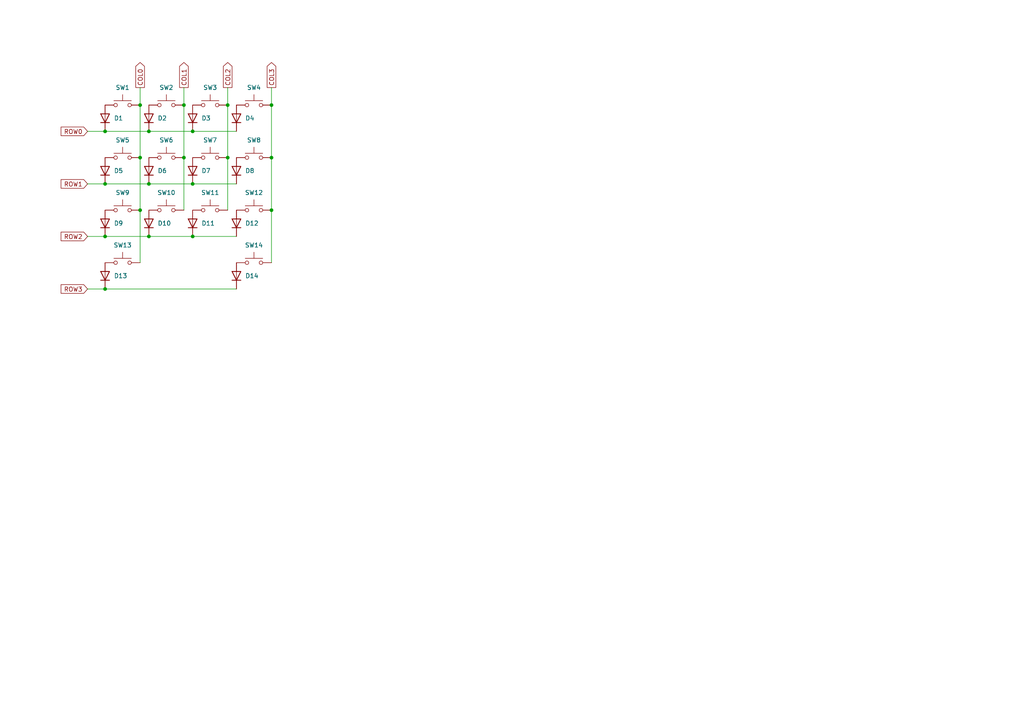
<source format=kicad_sch>
(kicad_sch (version 20211123) (generator eeschema)
  (paper "A4")
  (lib_symbols
    (symbol "Device:D" (pin_numbers hide) (pin_names (offset 1.016) hide)
      (property "Reference" "D" (at 0 2.54 0))
      (property "Value" "D" (at 0 -2.54 0))
      (symbol "D_0_1"
        (polyline (pts (xy -1.27 1.27) (xy -1.27 -1.27)) (stroke (width 0.254)))
        (polyline (pts (xy 1.27 0) (xy -1.27 0)))
        (polyline (pts (xy 1.27 1.27) (xy 1.27 -1.27) (xy -1.27 0) (xy 1.27 1.27)) (stroke (width 0.254)))
      )
      (symbol "D_1_1"
        (pin passive line (at -3.81 0 0) (length 2.54) (name "K") (number "1"))
        (pin passive line (at 3.81 0 180) (length 2.54) (name "A") (number "2"))
      )
    )
    (symbol "Switch:SW_Push" (pin_numbers hide) (pin_names (offset 1.016) hide)
      (property "Reference" "SW" (at 1.27 2.54 0))
      (property "Value" "SW_Push" (at 0 -1.524 0))
      (symbol "SW_Push_0_1"
        (circle (center -2.032 0) (radius 0.508))
        (polyline (pts (xy 0 1.27) (xy 0 3.048)))
        (polyline (pts (xy 2.54 1.27) (xy -2.54 1.27)))
        (circle (center 2.032 0) (radius 0.508))
        (pin passive line (at -5.08 0 0) (length 2.54) (name "1") (number "1"))
        (pin passive line (at 5.08 0 180) (length 2.54) (name "2") (number "2"))
      )
    )
  )
  (junction (at 78.74 45.72))
  (junction (at 53.34 30.48))
  (junction (at 55.88 68.58))
  (junction (at 78.74 30.48))
  (junction (at 55.88 53.34))
  (junction (at 40.64 30.48))
  (junction (at 43.18 38.1))
  (junction (at 66.04 30.48))
  (junction (at 30.48 53.34))
  (junction (at 66.04 45.72))
  (junction (at 53.34 45.72))
  (junction (at 30.48 38.1))
  (junction (at 30.48 83.82))
  (junction (at 30.48 68.58))
  (junction (at 43.18 53.34))
  (junction (at 55.88 38.1))
  (junction (at 43.18 68.58))
  (junction (at 78.74 60.96))
  (junction (at 40.64 60.96))
  (junction (at 40.64 45.72))
  (wire (pts (xy 66.04 45.72) (xy 66.04 60.96)))
  (wire (pts (xy 66.04 30.48) (xy 66.04 45.72)))
  (wire (pts (xy 66.04 25.4) (xy 66.04 30.48)))
  (wire (pts (xy 25.4 68.58) (xy 30.48 68.58)))
  (wire (pts (xy 78.74 60.96) (xy 78.74 76.2)))
  (wire (pts (xy 25.4 38.1) (xy 30.48 38.1)))
  (wire (pts (xy 30.48 68.58) (xy 43.18 68.58)))
  (wire (pts (xy 40.64 25.4) (xy 40.64 30.48)))
  (wire (pts (xy 43.18 68.58) (xy 55.88 68.58)))
  (wire (pts (xy 30.48 38.1) (xy 43.18 38.1)))
  (wire (pts (xy 40.64 45.72) (xy 40.64 60.96)))
  (wire (pts (xy 25.4 53.34) (xy 30.48 53.34)))
  (wire (pts (xy 78.74 45.72) (xy 78.74 60.96)))
  (wire (pts (xy 25.4 83.82) (xy 30.48 83.82)))
  (wire (pts (xy 30.48 53.34) (xy 43.18 53.34)))
  (wire (pts (xy 55.88 68.58) (xy 68.58 68.58)))
  (wire (pts (xy 40.64 30.48) (xy 40.64 45.72)))
  (wire (pts (xy 55.88 38.1) (xy 68.58 38.1)))
  (wire (pts (xy 55.88 53.34) (xy 68.58 53.34)))
  (wire (pts (xy 78.74 25.4) (xy 78.74 30.48)))
  (wire (pts (xy 78.74 30.48) (xy 78.74 45.72)))
  (wire (pts (xy 43.18 53.34) (xy 55.88 53.34)))
  (wire (pts (xy 30.48 83.82) (xy 68.58 83.82)))
  (wire (pts (xy 40.64 60.96) (xy 40.64 76.2)))
  (wire (pts (xy 43.18 38.1) (xy 55.88 38.1)))
  (wire (pts (xy 53.34 45.72) (xy 53.34 60.96)))
  (wire (pts (xy 53.34 25.4) (xy 53.34 30.48)))
  (wire (pts (xy 53.34 30.48) (xy 53.34 45.72)))
  (global_label "COL0" (shape output) (at 40.64 25.4 90) (property "Intersheet References" "${INTERSHEET_REFS}" (effects hide)))
  (global_label "COL1" (shape output) (at 53.34 25.4 90) (property "Intersheet References" "${INTERSHEET_REFS}" (effects hide)))
  (global_label "COL2" (shape output) (at 66.04 25.4 90) (property "Intersheet References" "${INTERSHEET_REFS}" (effects hide)))
  (global_label "ROW3" (shape input) (at 25.4 83.82 180) (property "Intersheet References" "${INTERSHEET_REFS}" (effects hide)))
  (global_label "COL3" (shape output) (at 78.74 25.4 90) (property "Intersheet References" "${INTERSHEET_REFS}" (effects hide)))
  (global_label "ROW1" (shape input) (at 25.4 53.34 180) (property "Intersheet References" "${INTERSHEET_REFS}" (effects hide)))
  (global_label "ROW0" (shape input) (at 25.4 38.1 180) (property "Intersheet References" "${INTERSHEET_REFS}" (effects hide)))
  (global_label "ROW2" (shape input) (at 25.4 68.58 180) (property "Intersheet References" "${INTERSHEET_REFS}" (effects hide)))
  (symbol (lib_id "Switch:SW_Push") (at 35.56 60.96 0) (unit 1)
    (property "Reference" "SW9" (at 35.56 55.88 0))
    (property "Value" "SW_Push" (effects hide))
  )
  (symbol (lib_id "Device:D") (at 55.88 34.29 90) (unit 1)
    (property "Reference" "D3" (at 58.42 34.2899 90) (effects (justify right)))
    (property "Value" "D" (effects hide))
  )
  (symbol (lib_id "Switch:SW_Push") (at 35.56 76.2 0) (unit 1)
    (property "Reference" "SW13" (at 35.56 71.12 0))
    (property "Value" "SW_Push" (effects hide))
  )
  (symbol (lib_id "Switch:SW_Push") (at 48.26 60.96 0) (unit 1)
    (property "Reference" "SW10" (at 48.26 55.88 0))
    (property "Value" "SW_Push" (effects hide))
  )
  (symbol (lib_id "Switch:SW_Push") (at 73.66 45.72 0) (unit 1)
    (property "Reference" "SW8" (at 73.66 40.64 0))
    (property "Value" "SW_Push" (effects hide))
  )
  (symbol (lib_id "Switch:SW_Push") (at 73.66 76.2 0) (unit 1)
    (property "Reference" "SW14" (at 73.66 71.12 0))
    (property "Value" "SW_Push" (effects hide))
  )
  (symbol (lib_id "Device:D") (at 30.48 34.29 90) (unit 1)
    (property "Reference" "D1" (at 33.02 34.2899 90) (effects (justify right)))
    (property "Value" "D" (effects hide))
  )
  (symbol (lib_id "Device:D") (at 55.88 49.53 90) (unit 1)
    (property "Reference" "D7" (at 58.42 49.5299 90) (effects (justify right)))
    (property "Value" "D" (effects hide))
  )
  (symbol (lib_id "Device:D") (at 68.58 64.77 90) (unit 1)
    (property "Reference" "D12" (at 71.12 64.7699 90) (effects (justify right)))
    (property "Value" "D" (effects hide))
  )
  (symbol (lib_id "Switch:SW_Push") (at 60.96 45.72 0) (unit 1)
    (property "Reference" "SW7" (at 60.96 40.64 0))
    (property "Value" "SW_Push" (effects hide))
  )
  (symbol (lib_id "Device:D") (at 68.58 49.53 90) (unit 1)
    (property "Reference" "D8" (at 71.12 49.5299 90) (effects (justify right)))
    (property "Value" "D" (effects hide))
  )
  (symbol (lib_id "Device:D") (at 30.48 49.53 90) (unit 1)
    (property "Reference" "D5" (at 33.02 49.5299 90) (effects (justify right)))
    (property "Value" "D" (effects hide))
  )
  (symbol (lib_id "Switch:SW_Push") (at 73.66 60.96 0) (unit 1)
    (property "Reference" "SW12" (at 73.66 55.88 0))
    (property "Value" "SW_Push" (effects hide))
  )
  (symbol (lib_id "Device:D") (at 55.88 64.77 90) (unit 1)
    (property "Reference" "D11" (at 58.42 64.7699 90) (effects (justify right)))
    (property "Value" "D" (effects hide))
  )
  (symbol (lib_id "Device:D") (at 43.18 34.29 90) (unit 1)
    (property "Reference" "D2" (at 45.72 34.2899 90) (effects (justify right)))
    (property "Value" "D" (effects hide))
  )
  (symbol (lib_id "Device:D") (at 68.58 34.29 90) (unit 1)
    (property "Reference" "D4" (at 71.12 34.2899 90) (effects (justify right)))
    (property "Value" "D" (effects hide))
  )
  (symbol (lib_id "Switch:SW_Push") (at 35.56 45.72 0) (unit 1)
    (property "Reference" "SW5" (at 35.56 40.64 0))
    (property "Value" "SW_Push" (effects hide))
  )
  (symbol (lib_id "Device:D") (at 43.18 64.77 90) (unit 1)
    (property "Reference" "D10" (at 45.72 64.7699 90) (effects (justify right)))
    (property "Value" "D" (effects hide))
  )
  (symbol (lib_id "Device:D") (at 68.58 80.01 90) (unit 1)
    (property "Reference" "D14" (at 71.12 80.0099 90) (effects (justify right)))
    (property "Value" "D" (effects hide))
  )
  (symbol (lib_id "Switch:SW_Push") (at 60.96 60.96 0) (unit 1)
    (property "Reference" "SW11" (at 60.96 55.88 0))
    (property "Value" "SW_Push" (effects hide))
  )
  (symbol (lib_id "Device:D") (at 30.48 64.77 90) (unit 1)
    (property "Reference" "D9" (at 33.02 64.7699 90) (effects (justify right)))
    (property "Value" "D" (effects hide))
  )
  (symbol (lib_id "Device:D") (at 43.18 49.53 90) (unit 1)
    (property "Reference" "D6" (at 45.72 49.5299 90) (effects (justify right)))
    (property "Value" "D" (effects hide))
  )
  (symbol (lib_id "Switch:SW_Push") (at 48.26 45.72 0) (unit 1)
    (property "Reference" "SW6" (at 48.26 40.64 0))
    (property "Value" "SW_Push" (effects hide))
  )
  (symbol (lib_id "Device:D") (at 30.48 80.01 90) (unit 1)
    (property "Reference" "D13" (at 33.02 80.0099 90) (effects (justify right)))
    (property "Value" "D" (effects hide))
  )
  (symbol (lib_id "Switch:SW_Push") (at 48.26 30.48 0) (unit 1)
    (property "Reference" "SW2" (at 48.26 25.4 0))
    (property "Value" "SW_Push" (effects hide))
  )
  (symbol (lib_id "Switch:SW_Push") (at 60.96 30.48 0) (unit 1)
    (property "Reference" "SW3" (at 60.96 25.4 0))
    (property "Value" "SW_Push" (effects hide))
  )
  (symbol (lib_id "Switch:SW_Push") (at 35.56 30.48 0) (unit 1)
    (property "Reference" "SW1" (at 35.56 25.4 0))
    (property "Value" "SW_Push" (effects hide))
  )
  (symbol (lib_id "Switch:SW_Push") (at 73.66 30.48 0) (unit 1)
    (property "Reference" "SW4" (at 73.66 25.4 0))
    (property "Value" "SW_Push" (effects hide))
  )
)
</source>
